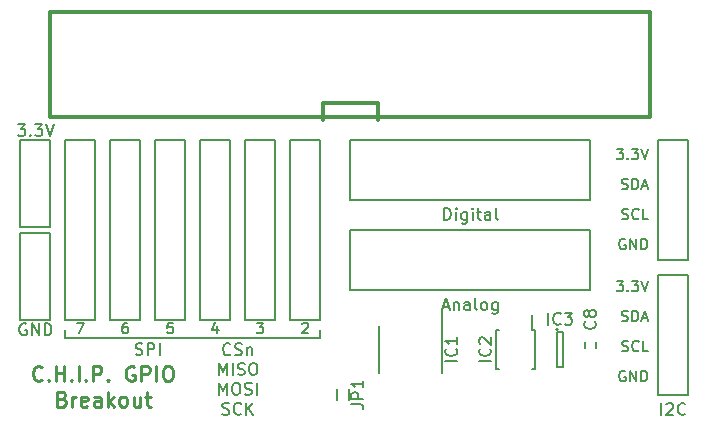
<source format=gto>
G04 #@! TF.FileFunction,Legend,Top*
%FSLAX46Y46*%
G04 Gerber Fmt 4.6, Leading zero omitted, Abs format (unit mm)*
G04 Created by KiCad (PCBNEW Rev-6964-Dev Build) date Sun Oct 16 19:16:18 2016*
%MOMM*%
%LPD*%
G01*
G04 APERTURE LIST*
%ADD10C,0.101600*%
%ADD11C,0.254000*%
%ADD12C,0.127000*%
%ADD13C,0.152400*%
%ADD14C,0.200000*%
%ADD15C,0.304800*%
%ADD16C,0.299720*%
%ADD17C,0.150000*%
G04 APERTURE END LIST*
D10*
D11*
X115509523Y-105419071D02*
X115449047Y-105479547D01*
X115267619Y-105540023D01*
X115146666Y-105540023D01*
X114965238Y-105479547D01*
X114844285Y-105358595D01*
X114783809Y-105237642D01*
X114723333Y-104995738D01*
X114723333Y-104814309D01*
X114783809Y-104572404D01*
X114844285Y-104451452D01*
X114965238Y-104330500D01*
X115146666Y-104270023D01*
X115267619Y-104270023D01*
X115449047Y-104330500D01*
X115509523Y-104390976D01*
X116053809Y-105419071D02*
X116114285Y-105479547D01*
X116053809Y-105540023D01*
X115993333Y-105479547D01*
X116053809Y-105419071D01*
X116053809Y-105540023D01*
X116658571Y-105540023D02*
X116658571Y-104270023D01*
X116658571Y-104874785D02*
X117384285Y-104874785D01*
X117384285Y-105540023D02*
X117384285Y-104270023D01*
X117989047Y-105419071D02*
X118049523Y-105479547D01*
X117989047Y-105540023D01*
X117928571Y-105479547D01*
X117989047Y-105419071D01*
X117989047Y-105540023D01*
X118593809Y-105540023D02*
X118593809Y-104270023D01*
X119198571Y-105419071D02*
X119259047Y-105479547D01*
X119198571Y-105540023D01*
X119138095Y-105479547D01*
X119198571Y-105419071D01*
X119198571Y-105540023D01*
X119803333Y-105540023D02*
X119803333Y-104270023D01*
X120287142Y-104270023D01*
X120408095Y-104330500D01*
X120468571Y-104390976D01*
X120529047Y-104511928D01*
X120529047Y-104693357D01*
X120468571Y-104814309D01*
X120408095Y-104874785D01*
X120287142Y-104935261D01*
X119803333Y-104935261D01*
X121073333Y-105419071D02*
X121133809Y-105479547D01*
X121073333Y-105540023D01*
X121012857Y-105479547D01*
X121073333Y-105419071D01*
X121073333Y-105540023D01*
X123310952Y-104330500D02*
X123190000Y-104270023D01*
X123008571Y-104270023D01*
X122827142Y-104330500D01*
X122706190Y-104451452D01*
X122645714Y-104572404D01*
X122585238Y-104814309D01*
X122585238Y-104995738D01*
X122645714Y-105237642D01*
X122706190Y-105358595D01*
X122827142Y-105479547D01*
X123008571Y-105540023D01*
X123129523Y-105540023D01*
X123310952Y-105479547D01*
X123371428Y-105419071D01*
X123371428Y-104995738D01*
X123129523Y-104995738D01*
X123915714Y-105540023D02*
X123915714Y-104270023D01*
X124399523Y-104270023D01*
X124520476Y-104330500D01*
X124580952Y-104390976D01*
X124641428Y-104511928D01*
X124641428Y-104693357D01*
X124580952Y-104814309D01*
X124520476Y-104874785D01*
X124399523Y-104935261D01*
X123915714Y-104935261D01*
X125185714Y-105540023D02*
X125185714Y-104270023D01*
X126032380Y-104270023D02*
X126274285Y-104270023D01*
X126395238Y-104330500D01*
X126516190Y-104451452D01*
X126576666Y-104693357D01*
X126576666Y-105116690D01*
X126516190Y-105358595D01*
X126395238Y-105479547D01*
X126274285Y-105540023D01*
X126032380Y-105540023D01*
X125911428Y-105479547D01*
X125790476Y-105358595D01*
X125730000Y-105116690D01*
X125730000Y-104693357D01*
X125790476Y-104451452D01*
X125911428Y-104330500D01*
X126032380Y-104270023D01*
X117202857Y-107033785D02*
X117384285Y-107094261D01*
X117444761Y-107154738D01*
X117505238Y-107275690D01*
X117505238Y-107457119D01*
X117444761Y-107578071D01*
X117384285Y-107638547D01*
X117263333Y-107699023D01*
X116779523Y-107699023D01*
X116779523Y-106429023D01*
X117202857Y-106429023D01*
X117323809Y-106489500D01*
X117384285Y-106549976D01*
X117444761Y-106670928D01*
X117444761Y-106791880D01*
X117384285Y-106912833D01*
X117323809Y-106973309D01*
X117202857Y-107033785D01*
X116779523Y-107033785D01*
X118049523Y-107699023D02*
X118049523Y-106852357D01*
X118049523Y-107094261D02*
X118110000Y-106973309D01*
X118170476Y-106912833D01*
X118291428Y-106852357D01*
X118412380Y-106852357D01*
X119319523Y-107638547D02*
X119198571Y-107699023D01*
X118956666Y-107699023D01*
X118835714Y-107638547D01*
X118775238Y-107517595D01*
X118775238Y-107033785D01*
X118835714Y-106912833D01*
X118956666Y-106852357D01*
X119198571Y-106852357D01*
X119319523Y-106912833D01*
X119380000Y-107033785D01*
X119380000Y-107154738D01*
X118775238Y-107275690D01*
X120468571Y-107699023D02*
X120468571Y-107033785D01*
X120408095Y-106912833D01*
X120287142Y-106852357D01*
X120045238Y-106852357D01*
X119924285Y-106912833D01*
X120468571Y-107638547D02*
X120347619Y-107699023D01*
X120045238Y-107699023D01*
X119924285Y-107638547D01*
X119863809Y-107517595D01*
X119863809Y-107396642D01*
X119924285Y-107275690D01*
X120045238Y-107215214D01*
X120347619Y-107215214D01*
X120468571Y-107154738D01*
X121073333Y-107699023D02*
X121073333Y-106429023D01*
X121194285Y-107215214D02*
X121557142Y-107699023D01*
X121557142Y-106852357D02*
X121073333Y-107336166D01*
X122282857Y-107699023D02*
X122161904Y-107638547D01*
X122101428Y-107578071D01*
X122040952Y-107457119D01*
X122040952Y-107094261D01*
X122101428Y-106973309D01*
X122161904Y-106912833D01*
X122282857Y-106852357D01*
X122464285Y-106852357D01*
X122585238Y-106912833D01*
X122645714Y-106973309D01*
X122706190Y-107094261D01*
X122706190Y-107457119D01*
X122645714Y-107578071D01*
X122585238Y-107638547D01*
X122464285Y-107699023D01*
X122282857Y-107699023D01*
X123794761Y-106852357D02*
X123794761Y-107699023D01*
X123250476Y-106852357D02*
X123250476Y-107517595D01*
X123310952Y-107638547D01*
X123431904Y-107699023D01*
X123613333Y-107699023D01*
X123734285Y-107638547D01*
X123794761Y-107578071D01*
X124218095Y-106852357D02*
X124701904Y-106852357D01*
X124399523Y-106429023D02*
X124399523Y-107517595D01*
X124460000Y-107638547D01*
X124580952Y-107699023D01*
X124701904Y-107699023D01*
D12*
X164170783Y-97049166D02*
X164721116Y-97049166D01*
X164424783Y-97387833D01*
X164551783Y-97387833D01*
X164636450Y-97430166D01*
X164678783Y-97472500D01*
X164721116Y-97557166D01*
X164721116Y-97768833D01*
X164678783Y-97853500D01*
X164636450Y-97895833D01*
X164551783Y-97938166D01*
X164297783Y-97938166D01*
X164213116Y-97895833D01*
X164170783Y-97853500D01*
X165102116Y-97853500D02*
X165144450Y-97895833D01*
X165102116Y-97938166D01*
X165059783Y-97895833D01*
X165102116Y-97853500D01*
X165102116Y-97938166D01*
X165440783Y-97049166D02*
X165991116Y-97049166D01*
X165694783Y-97387833D01*
X165821783Y-97387833D01*
X165906450Y-97430166D01*
X165948783Y-97472500D01*
X165991116Y-97557166D01*
X165991116Y-97768833D01*
X165948783Y-97853500D01*
X165906450Y-97895833D01*
X165821783Y-97938166D01*
X165567783Y-97938166D01*
X165483116Y-97895833D01*
X165440783Y-97853500D01*
X166245116Y-97049166D02*
X166541450Y-97938166D01*
X166837783Y-97049166D01*
X164594116Y-100435833D02*
X164721116Y-100478166D01*
X164932783Y-100478166D01*
X165017450Y-100435833D01*
X165059783Y-100393500D01*
X165102116Y-100308833D01*
X165102116Y-100224166D01*
X165059783Y-100139500D01*
X165017450Y-100097166D01*
X164932783Y-100054833D01*
X164763450Y-100012500D01*
X164678783Y-99970166D01*
X164636450Y-99927833D01*
X164594116Y-99843166D01*
X164594116Y-99758500D01*
X164636450Y-99673833D01*
X164678783Y-99631500D01*
X164763450Y-99589166D01*
X164975116Y-99589166D01*
X165102116Y-99631500D01*
X165483116Y-100478166D02*
X165483116Y-99589166D01*
X165694783Y-99589166D01*
X165821783Y-99631500D01*
X165906450Y-99716166D01*
X165948783Y-99800833D01*
X165991116Y-99970166D01*
X165991116Y-100097166D01*
X165948783Y-100266500D01*
X165906450Y-100351166D01*
X165821783Y-100435833D01*
X165694783Y-100478166D01*
X165483116Y-100478166D01*
X166329783Y-100224166D02*
X166753116Y-100224166D01*
X166245116Y-100478166D02*
X166541450Y-99589166D01*
X166837783Y-100478166D01*
X164636450Y-102975833D02*
X164763450Y-103018166D01*
X164975116Y-103018166D01*
X165059783Y-102975833D01*
X165102116Y-102933500D01*
X165144450Y-102848833D01*
X165144450Y-102764166D01*
X165102116Y-102679500D01*
X165059783Y-102637166D01*
X164975116Y-102594833D01*
X164805783Y-102552500D01*
X164721116Y-102510166D01*
X164678783Y-102467833D01*
X164636450Y-102383166D01*
X164636450Y-102298500D01*
X164678783Y-102213833D01*
X164721116Y-102171500D01*
X164805783Y-102129166D01*
X165017450Y-102129166D01*
X165144450Y-102171500D01*
X166033450Y-102933500D02*
X165991116Y-102975833D01*
X165864116Y-103018166D01*
X165779450Y-103018166D01*
X165652450Y-102975833D01*
X165567783Y-102891166D01*
X165525450Y-102806500D01*
X165483116Y-102637166D01*
X165483116Y-102510166D01*
X165525450Y-102340833D01*
X165567783Y-102256166D01*
X165652450Y-102171500D01*
X165779450Y-102129166D01*
X165864116Y-102129166D01*
X165991116Y-102171500D01*
X166033450Y-102213833D01*
X166837783Y-103018166D02*
X166414450Y-103018166D01*
X166414450Y-102129166D01*
X164890450Y-104711500D02*
X164805783Y-104669166D01*
X164678783Y-104669166D01*
X164551783Y-104711500D01*
X164467116Y-104796166D01*
X164424783Y-104880833D01*
X164382450Y-105050166D01*
X164382450Y-105177166D01*
X164424783Y-105346500D01*
X164467116Y-105431166D01*
X164551783Y-105515833D01*
X164678783Y-105558166D01*
X164763450Y-105558166D01*
X164890450Y-105515833D01*
X164932783Y-105473500D01*
X164932783Y-105177166D01*
X164763450Y-105177166D01*
X165313783Y-105558166D02*
X165313783Y-104669166D01*
X165821783Y-105558166D01*
X165821783Y-104669166D01*
X166245116Y-105558166D02*
X166245116Y-104669166D01*
X166456783Y-104669166D01*
X166583783Y-104711500D01*
X166668450Y-104796166D01*
X166710783Y-104880833D01*
X166753116Y-105050166D01*
X166753116Y-105177166D01*
X166710783Y-105346500D01*
X166668450Y-105431166D01*
X166583783Y-105515833D01*
X166456783Y-105558166D01*
X166245116Y-105558166D01*
X164890450Y-93535500D02*
X164805783Y-93493166D01*
X164678783Y-93493166D01*
X164551783Y-93535500D01*
X164467116Y-93620166D01*
X164424783Y-93704833D01*
X164382450Y-93874166D01*
X164382450Y-94001166D01*
X164424783Y-94170500D01*
X164467116Y-94255166D01*
X164551783Y-94339833D01*
X164678783Y-94382166D01*
X164763450Y-94382166D01*
X164890450Y-94339833D01*
X164932783Y-94297500D01*
X164932783Y-94001166D01*
X164763450Y-94001166D01*
X165313783Y-94382166D02*
X165313783Y-93493166D01*
X165821783Y-94382166D01*
X165821783Y-93493166D01*
X166245116Y-94382166D02*
X166245116Y-93493166D01*
X166456783Y-93493166D01*
X166583783Y-93535500D01*
X166668450Y-93620166D01*
X166710783Y-93704833D01*
X166753116Y-93874166D01*
X166753116Y-94001166D01*
X166710783Y-94170500D01*
X166668450Y-94255166D01*
X166583783Y-94339833D01*
X166456783Y-94382166D01*
X166245116Y-94382166D01*
X164636450Y-91799833D02*
X164763450Y-91842166D01*
X164975116Y-91842166D01*
X165059783Y-91799833D01*
X165102116Y-91757500D01*
X165144450Y-91672833D01*
X165144450Y-91588166D01*
X165102116Y-91503500D01*
X165059783Y-91461166D01*
X164975116Y-91418833D01*
X164805783Y-91376500D01*
X164721116Y-91334166D01*
X164678783Y-91291833D01*
X164636450Y-91207166D01*
X164636450Y-91122500D01*
X164678783Y-91037833D01*
X164721116Y-90995500D01*
X164805783Y-90953166D01*
X165017450Y-90953166D01*
X165144450Y-90995500D01*
X166033450Y-91757500D02*
X165991116Y-91799833D01*
X165864116Y-91842166D01*
X165779450Y-91842166D01*
X165652450Y-91799833D01*
X165567783Y-91715166D01*
X165525450Y-91630500D01*
X165483116Y-91461166D01*
X165483116Y-91334166D01*
X165525450Y-91164833D01*
X165567783Y-91080166D01*
X165652450Y-90995500D01*
X165779450Y-90953166D01*
X165864116Y-90953166D01*
X165991116Y-90995500D01*
X166033450Y-91037833D01*
X166837783Y-91842166D02*
X166414450Y-91842166D01*
X166414450Y-90953166D01*
X164594116Y-89259833D02*
X164721116Y-89302166D01*
X164932783Y-89302166D01*
X165017450Y-89259833D01*
X165059783Y-89217500D01*
X165102116Y-89132833D01*
X165102116Y-89048166D01*
X165059783Y-88963500D01*
X165017450Y-88921166D01*
X164932783Y-88878833D01*
X164763450Y-88836500D01*
X164678783Y-88794166D01*
X164636450Y-88751833D01*
X164594116Y-88667166D01*
X164594116Y-88582500D01*
X164636450Y-88497833D01*
X164678783Y-88455500D01*
X164763450Y-88413166D01*
X164975116Y-88413166D01*
X165102116Y-88455500D01*
X165483116Y-89302166D02*
X165483116Y-88413166D01*
X165694783Y-88413166D01*
X165821783Y-88455500D01*
X165906450Y-88540166D01*
X165948783Y-88624833D01*
X165991116Y-88794166D01*
X165991116Y-88921166D01*
X165948783Y-89090500D01*
X165906450Y-89175166D01*
X165821783Y-89259833D01*
X165694783Y-89302166D01*
X165483116Y-89302166D01*
X166329783Y-89048166D02*
X166753116Y-89048166D01*
X166245116Y-89302166D02*
X166541450Y-88413166D01*
X166837783Y-89302166D01*
X164170783Y-85873166D02*
X164721116Y-85873166D01*
X164424783Y-86211833D01*
X164551783Y-86211833D01*
X164636450Y-86254166D01*
X164678783Y-86296500D01*
X164721116Y-86381166D01*
X164721116Y-86592833D01*
X164678783Y-86677500D01*
X164636450Y-86719833D01*
X164551783Y-86762166D01*
X164297783Y-86762166D01*
X164213116Y-86719833D01*
X164170783Y-86677500D01*
X165102116Y-86677500D02*
X165144450Y-86719833D01*
X165102116Y-86762166D01*
X165059783Y-86719833D01*
X165102116Y-86677500D01*
X165102116Y-86762166D01*
X165440783Y-85873166D02*
X165991116Y-85873166D01*
X165694783Y-86211833D01*
X165821783Y-86211833D01*
X165906450Y-86254166D01*
X165948783Y-86296500D01*
X165991116Y-86381166D01*
X165991116Y-86592833D01*
X165948783Y-86677500D01*
X165906450Y-86719833D01*
X165821783Y-86762166D01*
X165567783Y-86762166D01*
X165483116Y-86719833D01*
X165440783Y-86677500D01*
X166245116Y-85873166D02*
X166541450Y-86762166D01*
X166837783Y-85873166D01*
D13*
X123419809Y-103281238D02*
X123564952Y-103329619D01*
X123806857Y-103329619D01*
X123903619Y-103281238D01*
X123952000Y-103232857D01*
X124000380Y-103136095D01*
X124000380Y-103039333D01*
X123952000Y-102942571D01*
X123903619Y-102894190D01*
X123806857Y-102845809D01*
X123613333Y-102797428D01*
X123516571Y-102749047D01*
X123468190Y-102700666D01*
X123419809Y-102603904D01*
X123419809Y-102507142D01*
X123468190Y-102410380D01*
X123516571Y-102362000D01*
X123613333Y-102313619D01*
X123855238Y-102313619D01*
X124000380Y-102362000D01*
X124435809Y-103329619D02*
X124435809Y-102313619D01*
X124822857Y-102313619D01*
X124919619Y-102362000D01*
X124968000Y-102410380D01*
X125016380Y-102507142D01*
X125016380Y-102652285D01*
X124968000Y-102749047D01*
X124919619Y-102797428D01*
X124822857Y-102845809D01*
X124435809Y-102845809D01*
X125451809Y-103329619D02*
X125451809Y-102313619D01*
D12*
X137541000Y-100689833D02*
X137583333Y-100647500D01*
X137668000Y-100605166D01*
X137879666Y-100605166D01*
X137964333Y-100647500D01*
X138006666Y-100689833D01*
X138049000Y-100774500D01*
X138049000Y-100859166D01*
X138006666Y-100986166D01*
X137498666Y-101494166D01*
X138049000Y-101494166D01*
X133688666Y-100605166D02*
X134239000Y-100605166D01*
X133942666Y-100943833D01*
X134069666Y-100943833D01*
X134154333Y-100986166D01*
X134196666Y-101028500D01*
X134239000Y-101113166D01*
X134239000Y-101324833D01*
X134196666Y-101409500D01*
X134154333Y-101451833D01*
X134069666Y-101494166D01*
X133815666Y-101494166D01*
X133731000Y-101451833D01*
X133688666Y-101409500D01*
X130344333Y-100901500D02*
X130344333Y-101494166D01*
X130132666Y-100562833D02*
X129921000Y-101197833D01*
X130471333Y-101197833D01*
X126576666Y-100605166D02*
X126153333Y-100605166D01*
X126111000Y-101028500D01*
X126153333Y-100986166D01*
X126238000Y-100943833D01*
X126449666Y-100943833D01*
X126534333Y-100986166D01*
X126576666Y-101028500D01*
X126619000Y-101113166D01*
X126619000Y-101324833D01*
X126576666Y-101409500D01*
X126534333Y-101451833D01*
X126449666Y-101494166D01*
X126238000Y-101494166D01*
X126153333Y-101451833D01*
X126111000Y-101409500D01*
X122724333Y-100605166D02*
X122555000Y-100605166D01*
X122470333Y-100647500D01*
X122428000Y-100689833D01*
X122343333Y-100816833D01*
X122301000Y-100986166D01*
X122301000Y-101324833D01*
X122343333Y-101409500D01*
X122385666Y-101451833D01*
X122470333Y-101494166D01*
X122639666Y-101494166D01*
X122724333Y-101451833D01*
X122766666Y-101409500D01*
X122809000Y-101324833D01*
X122809000Y-101113166D01*
X122766666Y-101028500D01*
X122724333Y-100986166D01*
X122639666Y-100943833D01*
X122470333Y-100943833D01*
X122385666Y-100986166D01*
X122343333Y-101028500D01*
X122301000Y-101113166D01*
X118448666Y-100605166D02*
X119041333Y-100605166D01*
X118660333Y-101494166D01*
D14*
X139065000Y-101854000D02*
X139065000Y-101219000D01*
X117475000Y-101854000D02*
X139065000Y-101854000D01*
X117475000Y-101219000D02*
X117475000Y-101854000D01*
D13*
X167918190Y-108409619D02*
X167918190Y-107393619D01*
X168353619Y-107490380D02*
X168402000Y-107442000D01*
X168498761Y-107393619D01*
X168740666Y-107393619D01*
X168837428Y-107442000D01*
X168885809Y-107490380D01*
X168934190Y-107587142D01*
X168934190Y-107683904D01*
X168885809Y-107829047D01*
X168305238Y-108409619D01*
X168934190Y-108409619D01*
X169950190Y-108312857D02*
X169901809Y-108361238D01*
X169756666Y-108409619D01*
X169659904Y-108409619D01*
X169514761Y-108361238D01*
X169418000Y-108264476D01*
X169369619Y-108167714D01*
X169321238Y-107974190D01*
X169321238Y-107829047D01*
X169369619Y-107635523D01*
X169418000Y-107538761D01*
X169514761Y-107442000D01*
X169659904Y-107393619D01*
X169756666Y-107393619D01*
X169901809Y-107442000D01*
X169950190Y-107490380D01*
X114160904Y-100711000D02*
X114064142Y-100662619D01*
X113919000Y-100662619D01*
X113773857Y-100711000D01*
X113677095Y-100807761D01*
X113628714Y-100904523D01*
X113580333Y-101098047D01*
X113580333Y-101243190D01*
X113628714Y-101436714D01*
X113677095Y-101533476D01*
X113773857Y-101630238D01*
X113919000Y-101678619D01*
X114015761Y-101678619D01*
X114160904Y-101630238D01*
X114209285Y-101581857D01*
X114209285Y-101243190D01*
X114015761Y-101243190D01*
X114644714Y-101678619D02*
X114644714Y-100662619D01*
X115225285Y-101678619D01*
X115225285Y-100662619D01*
X115709095Y-101678619D02*
X115709095Y-100662619D01*
X115951000Y-100662619D01*
X116096142Y-100711000D01*
X116192904Y-100807761D01*
X116241285Y-100904523D01*
X116289666Y-101098047D01*
X116289666Y-101243190D01*
X116241285Y-101436714D01*
X116192904Y-101533476D01*
X116096142Y-101630238D01*
X115951000Y-101678619D01*
X115709095Y-101678619D01*
X113435190Y-83771619D02*
X114064142Y-83771619D01*
X113725476Y-84158666D01*
X113870619Y-84158666D01*
X113967380Y-84207047D01*
X114015761Y-84255428D01*
X114064142Y-84352190D01*
X114064142Y-84594095D01*
X114015761Y-84690857D01*
X113967380Y-84739238D01*
X113870619Y-84787619D01*
X113580333Y-84787619D01*
X113483571Y-84739238D01*
X113435190Y-84690857D01*
X114499571Y-84690857D02*
X114547952Y-84739238D01*
X114499571Y-84787619D01*
X114451190Y-84739238D01*
X114499571Y-84690857D01*
X114499571Y-84787619D01*
X114886619Y-83771619D02*
X115515571Y-83771619D01*
X115176904Y-84158666D01*
X115322047Y-84158666D01*
X115418809Y-84207047D01*
X115467190Y-84255428D01*
X115515571Y-84352190D01*
X115515571Y-84594095D01*
X115467190Y-84690857D01*
X115418809Y-84739238D01*
X115322047Y-84787619D01*
X115031761Y-84787619D01*
X114935000Y-84739238D01*
X114886619Y-84690857D01*
X115805857Y-83771619D02*
X116144523Y-84787619D01*
X116483190Y-83771619D01*
X149418523Y-99229333D02*
X149902333Y-99229333D01*
X149321761Y-99519619D02*
X149660428Y-98503619D01*
X149999095Y-99519619D01*
X150337761Y-98842285D02*
X150337761Y-99519619D01*
X150337761Y-98939047D02*
X150386142Y-98890666D01*
X150482904Y-98842285D01*
X150628047Y-98842285D01*
X150724809Y-98890666D01*
X150773190Y-98987428D01*
X150773190Y-99519619D01*
X151692428Y-99519619D02*
X151692428Y-98987428D01*
X151644047Y-98890666D01*
X151547285Y-98842285D01*
X151353761Y-98842285D01*
X151257000Y-98890666D01*
X151692428Y-99471238D02*
X151595666Y-99519619D01*
X151353761Y-99519619D01*
X151257000Y-99471238D01*
X151208619Y-99374476D01*
X151208619Y-99277714D01*
X151257000Y-99180952D01*
X151353761Y-99132571D01*
X151595666Y-99132571D01*
X151692428Y-99084190D01*
X152321380Y-99519619D02*
X152224619Y-99471238D01*
X152176238Y-99374476D01*
X152176238Y-98503619D01*
X152853571Y-99519619D02*
X152756809Y-99471238D01*
X152708428Y-99422857D01*
X152660047Y-99326095D01*
X152660047Y-99035809D01*
X152708428Y-98939047D01*
X152756809Y-98890666D01*
X152853571Y-98842285D01*
X152998714Y-98842285D01*
X153095476Y-98890666D01*
X153143857Y-98939047D01*
X153192238Y-99035809D01*
X153192238Y-99326095D01*
X153143857Y-99422857D01*
X153095476Y-99471238D01*
X152998714Y-99519619D01*
X152853571Y-99519619D01*
X154063095Y-98842285D02*
X154063095Y-99664761D01*
X154014714Y-99761523D01*
X153966333Y-99809904D01*
X153869571Y-99858285D01*
X153724428Y-99858285D01*
X153627666Y-99809904D01*
X154063095Y-99471238D02*
X153966333Y-99519619D01*
X153772809Y-99519619D01*
X153676047Y-99471238D01*
X153627666Y-99422857D01*
X153579285Y-99326095D01*
X153579285Y-99035809D01*
X153627666Y-98939047D01*
X153676047Y-98890666D01*
X153772809Y-98842285D01*
X153966333Y-98842285D01*
X154063095Y-98890666D01*
X149539476Y-91899619D02*
X149539476Y-90883619D01*
X149781380Y-90883619D01*
X149926523Y-90932000D01*
X150023285Y-91028761D01*
X150071666Y-91125523D01*
X150120047Y-91319047D01*
X150120047Y-91464190D01*
X150071666Y-91657714D01*
X150023285Y-91754476D01*
X149926523Y-91851238D01*
X149781380Y-91899619D01*
X149539476Y-91899619D01*
X150555476Y-91899619D02*
X150555476Y-91222285D01*
X150555476Y-90883619D02*
X150507095Y-90932000D01*
X150555476Y-90980380D01*
X150603857Y-90932000D01*
X150555476Y-90883619D01*
X150555476Y-90980380D01*
X151474714Y-91222285D02*
X151474714Y-92044761D01*
X151426333Y-92141523D01*
X151377952Y-92189904D01*
X151281190Y-92238285D01*
X151136047Y-92238285D01*
X151039285Y-92189904D01*
X151474714Y-91851238D02*
X151377952Y-91899619D01*
X151184428Y-91899619D01*
X151087666Y-91851238D01*
X151039285Y-91802857D01*
X150990904Y-91706095D01*
X150990904Y-91415809D01*
X151039285Y-91319047D01*
X151087666Y-91270666D01*
X151184428Y-91222285D01*
X151377952Y-91222285D01*
X151474714Y-91270666D01*
X151958523Y-91899619D02*
X151958523Y-91222285D01*
X151958523Y-90883619D02*
X151910142Y-90932000D01*
X151958523Y-90980380D01*
X152006904Y-90932000D01*
X151958523Y-90883619D01*
X151958523Y-90980380D01*
X152297190Y-91222285D02*
X152684238Y-91222285D01*
X152442333Y-90883619D02*
X152442333Y-91754476D01*
X152490714Y-91851238D01*
X152587476Y-91899619D01*
X152684238Y-91899619D01*
X153458333Y-91899619D02*
X153458333Y-91367428D01*
X153409952Y-91270666D01*
X153313190Y-91222285D01*
X153119666Y-91222285D01*
X153022904Y-91270666D01*
X153458333Y-91851238D02*
X153361571Y-91899619D01*
X153119666Y-91899619D01*
X153022904Y-91851238D01*
X152974523Y-91754476D01*
X152974523Y-91657714D01*
X153022904Y-91560952D01*
X153119666Y-91512571D01*
X153361571Y-91512571D01*
X153458333Y-91464190D01*
X154087285Y-91899619D02*
X153990523Y-91851238D01*
X153942142Y-91754476D01*
X153942142Y-90883619D01*
X131451047Y-103258257D02*
X131402666Y-103306638D01*
X131257523Y-103355019D01*
X131160761Y-103355019D01*
X131015619Y-103306638D01*
X130918857Y-103209876D01*
X130870476Y-103113114D01*
X130822095Y-102919590D01*
X130822095Y-102774447D01*
X130870476Y-102580923D01*
X130918857Y-102484161D01*
X131015619Y-102387400D01*
X131160761Y-102339019D01*
X131257523Y-102339019D01*
X131402666Y-102387400D01*
X131451047Y-102435780D01*
X131838095Y-103306638D02*
X131983238Y-103355019D01*
X132225142Y-103355019D01*
X132321904Y-103306638D01*
X132370285Y-103258257D01*
X132418666Y-103161495D01*
X132418666Y-103064733D01*
X132370285Y-102967971D01*
X132321904Y-102919590D01*
X132225142Y-102871209D01*
X132031619Y-102822828D01*
X131934857Y-102774447D01*
X131886476Y-102726066D01*
X131838095Y-102629304D01*
X131838095Y-102532542D01*
X131886476Y-102435780D01*
X131934857Y-102387400D01*
X132031619Y-102339019D01*
X132273523Y-102339019D01*
X132418666Y-102387400D01*
X132854095Y-102677685D02*
X132854095Y-103355019D01*
X132854095Y-102774447D02*
X132902476Y-102726066D01*
X132999238Y-102677685D01*
X133144380Y-102677685D01*
X133241142Y-102726066D01*
X133289523Y-102822828D01*
X133289523Y-103355019D01*
X130483428Y-105031419D02*
X130483428Y-104015419D01*
X130822095Y-104741133D01*
X131160761Y-104015419D01*
X131160761Y-105031419D01*
X131644571Y-105031419D02*
X131644571Y-104015419D01*
X132080000Y-104983038D02*
X132225142Y-105031419D01*
X132467047Y-105031419D01*
X132563809Y-104983038D01*
X132612190Y-104934657D01*
X132660571Y-104837895D01*
X132660571Y-104741133D01*
X132612190Y-104644371D01*
X132563809Y-104595990D01*
X132467047Y-104547609D01*
X132273523Y-104499228D01*
X132176761Y-104450847D01*
X132128380Y-104402466D01*
X132080000Y-104305704D01*
X132080000Y-104208942D01*
X132128380Y-104112180D01*
X132176761Y-104063800D01*
X132273523Y-104015419D01*
X132515428Y-104015419D01*
X132660571Y-104063800D01*
X133289523Y-104015419D02*
X133483047Y-104015419D01*
X133579809Y-104063800D01*
X133676571Y-104160561D01*
X133724952Y-104354085D01*
X133724952Y-104692752D01*
X133676571Y-104886276D01*
X133579809Y-104983038D01*
X133483047Y-105031419D01*
X133289523Y-105031419D01*
X133192761Y-104983038D01*
X133096000Y-104886276D01*
X133047619Y-104692752D01*
X133047619Y-104354085D01*
X133096000Y-104160561D01*
X133192761Y-104063800D01*
X133289523Y-104015419D01*
X130483428Y-106707819D02*
X130483428Y-105691819D01*
X130822095Y-106417533D01*
X131160761Y-105691819D01*
X131160761Y-106707819D01*
X131838095Y-105691819D02*
X132031619Y-105691819D01*
X132128380Y-105740200D01*
X132225142Y-105836961D01*
X132273523Y-106030485D01*
X132273523Y-106369152D01*
X132225142Y-106562676D01*
X132128380Y-106659438D01*
X132031619Y-106707819D01*
X131838095Y-106707819D01*
X131741333Y-106659438D01*
X131644571Y-106562676D01*
X131596190Y-106369152D01*
X131596190Y-106030485D01*
X131644571Y-105836961D01*
X131741333Y-105740200D01*
X131838095Y-105691819D01*
X132660571Y-106659438D02*
X132805714Y-106707819D01*
X133047619Y-106707819D01*
X133144380Y-106659438D01*
X133192761Y-106611057D01*
X133241142Y-106514295D01*
X133241142Y-106417533D01*
X133192761Y-106320771D01*
X133144380Y-106272390D01*
X133047619Y-106224009D01*
X132854095Y-106175628D01*
X132757333Y-106127247D01*
X132708952Y-106078866D01*
X132660571Y-105982104D01*
X132660571Y-105885342D01*
X132708952Y-105788580D01*
X132757333Y-105740200D01*
X132854095Y-105691819D01*
X133096000Y-105691819D01*
X133241142Y-105740200D01*
X133676571Y-106707819D02*
X133676571Y-105691819D01*
X130773714Y-108335838D02*
X130918857Y-108384219D01*
X131160761Y-108384219D01*
X131257523Y-108335838D01*
X131305904Y-108287457D01*
X131354285Y-108190695D01*
X131354285Y-108093933D01*
X131305904Y-107997171D01*
X131257523Y-107948790D01*
X131160761Y-107900409D01*
X130967238Y-107852028D01*
X130870476Y-107803647D01*
X130822095Y-107755266D01*
X130773714Y-107658504D01*
X130773714Y-107561742D01*
X130822095Y-107464980D01*
X130870476Y-107416600D01*
X130967238Y-107368219D01*
X131209142Y-107368219D01*
X131354285Y-107416600D01*
X132370285Y-108287457D02*
X132321904Y-108335838D01*
X132176761Y-108384219D01*
X132080000Y-108384219D01*
X131934857Y-108335838D01*
X131838095Y-108239076D01*
X131789714Y-108142314D01*
X131741333Y-107948790D01*
X131741333Y-107803647D01*
X131789714Y-107610123D01*
X131838095Y-107513361D01*
X131934857Y-107416600D01*
X132080000Y-107368219D01*
X132176761Y-107368219D01*
X132321904Y-107416600D01*
X132370285Y-107464980D01*
X132805714Y-108384219D02*
X132805714Y-107368219D01*
X133386285Y-108384219D02*
X132950857Y-107803647D01*
X133386285Y-107368219D02*
X132805714Y-107948790D01*
D15*
X116205000Y-83185000D02*
X167005000Y-83185000D01*
X167005000Y-74295000D02*
X116205000Y-74295000D01*
X116205000Y-74295000D02*
X116205000Y-83185000D01*
X167005000Y-74295000D02*
X167005000Y-83185000D01*
D16*
X143905000Y-83440000D02*
X143905000Y-82040000D01*
X143905000Y-82040000D02*
X139305000Y-82040000D01*
X139305000Y-82040000D02*
X139305000Y-83440000D01*
D17*
X170180000Y-106680000D02*
X170180000Y-96520000D01*
X167640000Y-106680000D02*
X167640000Y-96520000D01*
X170180000Y-96520000D02*
X167640000Y-96520000D01*
X167640000Y-106680000D02*
X170180000Y-106680000D01*
X116205000Y-100330000D02*
X116205000Y-92964000D01*
X113665000Y-92964000D02*
X113665000Y-100330000D01*
X116205000Y-92964000D02*
X113665000Y-92964000D01*
X113665000Y-92456000D02*
X113665000Y-85090000D01*
X113665000Y-85090000D02*
X116205000Y-85090000D01*
X116205000Y-85090000D02*
X116205000Y-92456000D01*
X113665000Y-100330000D02*
X116205000Y-100330000D01*
X116205000Y-92456000D02*
X113665000Y-92456000D01*
X136525000Y-100330000D02*
X136525000Y-85090000D01*
X136525000Y-85090000D02*
X139065000Y-85090000D01*
X139065000Y-85090000D02*
X139065000Y-100330000D01*
X136525000Y-100330000D02*
X139065000Y-100330000D01*
X132715000Y-100330000D02*
X132715000Y-85090000D01*
X132715000Y-85090000D02*
X135255000Y-85090000D01*
X135255000Y-85090000D02*
X135255000Y-100330000D01*
X132715000Y-100330000D02*
X135255000Y-100330000D01*
X128905000Y-100330000D02*
X128905000Y-85090000D01*
X128905000Y-85090000D02*
X131445000Y-85090000D01*
X131445000Y-85090000D02*
X131445000Y-100330000D01*
X128905000Y-100330000D02*
X131445000Y-100330000D01*
X125095000Y-100330000D02*
X125095000Y-85090000D01*
X125095000Y-85090000D02*
X127635000Y-85090000D01*
X127635000Y-85090000D02*
X127635000Y-100330000D01*
X125095000Y-100330000D02*
X127635000Y-100330000D01*
X121285000Y-100330000D02*
X121285000Y-85090000D01*
X121285000Y-85090000D02*
X123825000Y-85090000D01*
X123825000Y-85090000D02*
X123825000Y-100330000D01*
X121285000Y-100330000D02*
X123825000Y-100330000D01*
X117475000Y-100330000D02*
X117475000Y-85090000D01*
X117475000Y-85090000D02*
X120015000Y-85090000D01*
X120015000Y-85090000D02*
X120015000Y-100330000D01*
X117475000Y-100330000D02*
X120015000Y-100330000D01*
X161925000Y-85090000D02*
X141605000Y-85090000D01*
X141605000Y-90170000D02*
X161925000Y-90170000D01*
X161925000Y-85090000D02*
X161925000Y-90170000D01*
X141605000Y-85090000D02*
X141605000Y-90170000D01*
X161925000Y-92710000D02*
X141605000Y-92710000D01*
X141605000Y-97790000D02*
X161925000Y-97790000D01*
X161925000Y-92710000D02*
X161925000Y-97790000D01*
X141605000Y-92710000D02*
X141605000Y-97790000D01*
X170180000Y-95250000D02*
X170180000Y-85090000D01*
X167640000Y-95250000D02*
X167640000Y-85090000D01*
X170180000Y-85090000D02*
X167640000Y-85090000D01*
X167640000Y-95250000D02*
X170180000Y-95250000D01*
X162400000Y-102717500D02*
X162400000Y-102217500D01*
X161450000Y-102217500D02*
X161450000Y-102717500D01*
X144037500Y-100870000D02*
X144037500Y-104870000D01*
X149332500Y-99595000D02*
X149332500Y-104870000D01*
X157250000Y-101195000D02*
X156950000Y-101195000D01*
X157250000Y-104545000D02*
X156950000Y-104545000D01*
X153900000Y-104545000D02*
X154200000Y-104545000D01*
X153900000Y-101195000D02*
X154200000Y-101195000D01*
X157250000Y-101195000D02*
X157250000Y-104545000D01*
X153900000Y-101195000D02*
X153900000Y-104545000D01*
X156950000Y-101195000D02*
X156950000Y-99970000D01*
X159185000Y-101170000D02*
G75*
G03X159185000Y-101170000I-100000J0D01*
G01*
X159635000Y-101420000D02*
X159135000Y-101420000D01*
X159635000Y-104320000D02*
X159635000Y-101420000D01*
X159135000Y-104320000D02*
X159635000Y-104320000D01*
X159135000Y-101420000D02*
X159135000Y-104320000D01*
X141445000Y-106180000D02*
X141445000Y-107180000D01*
X140495000Y-107180000D02*
X140495000Y-106180000D01*
X162282142Y-100496666D02*
X162329761Y-100544285D01*
X162377380Y-100687142D01*
X162377380Y-100782380D01*
X162329761Y-100925238D01*
X162234523Y-101020476D01*
X162139285Y-101068095D01*
X161948809Y-101115714D01*
X161805952Y-101115714D01*
X161615476Y-101068095D01*
X161520238Y-101020476D01*
X161425000Y-100925238D01*
X161377380Y-100782380D01*
X161377380Y-100687142D01*
X161425000Y-100544285D01*
X161472619Y-100496666D01*
X161805952Y-99925238D02*
X161758333Y-100020476D01*
X161710714Y-100068095D01*
X161615476Y-100115714D01*
X161567857Y-100115714D01*
X161472619Y-100068095D01*
X161425000Y-100020476D01*
X161377380Y-99925238D01*
X161377380Y-99734761D01*
X161425000Y-99639523D01*
X161472619Y-99591904D01*
X161567857Y-99544285D01*
X161615476Y-99544285D01*
X161710714Y-99591904D01*
X161758333Y-99639523D01*
X161805952Y-99734761D01*
X161805952Y-99925238D01*
X161853571Y-100020476D01*
X161901190Y-100068095D01*
X161996428Y-100115714D01*
X162186904Y-100115714D01*
X162282142Y-100068095D01*
X162329761Y-100020476D01*
X162377380Y-99925238D01*
X162377380Y-99734761D01*
X162329761Y-99639523D01*
X162282142Y-99591904D01*
X162186904Y-99544285D01*
X161996428Y-99544285D01*
X161901190Y-99591904D01*
X161853571Y-99639523D01*
X161805952Y-99734761D01*
X150637380Y-103846190D02*
X149637380Y-103846190D01*
X150542142Y-102798571D02*
X150589761Y-102846190D01*
X150637380Y-102989047D01*
X150637380Y-103084285D01*
X150589761Y-103227142D01*
X150494523Y-103322380D01*
X150399285Y-103370000D01*
X150208809Y-103417619D01*
X150065952Y-103417619D01*
X149875476Y-103370000D01*
X149780238Y-103322380D01*
X149685000Y-103227142D01*
X149637380Y-103084285D01*
X149637380Y-102989047D01*
X149685000Y-102846190D01*
X149732619Y-102798571D01*
X150637380Y-101846190D02*
X150637380Y-102417619D01*
X150637380Y-102131904D02*
X149637380Y-102131904D01*
X149780238Y-102227142D01*
X149875476Y-102322380D01*
X149923095Y-102417619D01*
X153487380Y-103846190D02*
X152487380Y-103846190D01*
X153392142Y-102798571D02*
X153439761Y-102846190D01*
X153487380Y-102989047D01*
X153487380Y-103084285D01*
X153439761Y-103227142D01*
X153344523Y-103322380D01*
X153249285Y-103370000D01*
X153058809Y-103417619D01*
X152915952Y-103417619D01*
X152725476Y-103370000D01*
X152630238Y-103322380D01*
X152535000Y-103227142D01*
X152487380Y-103084285D01*
X152487380Y-102989047D01*
X152535000Y-102846190D01*
X152582619Y-102798571D01*
X152582619Y-102417619D02*
X152535000Y-102370000D01*
X152487380Y-102274761D01*
X152487380Y-102036666D01*
X152535000Y-101941428D01*
X152582619Y-101893809D01*
X152677857Y-101846190D01*
X152773095Y-101846190D01*
X152915952Y-101893809D01*
X153487380Y-102465238D01*
X153487380Y-101846190D01*
X158358809Y-100772380D02*
X158358809Y-99772380D01*
X159406428Y-100677142D02*
X159358809Y-100724761D01*
X159215952Y-100772380D01*
X159120714Y-100772380D01*
X158977857Y-100724761D01*
X158882619Y-100629523D01*
X158835000Y-100534285D01*
X158787380Y-100343809D01*
X158787380Y-100200952D01*
X158835000Y-100010476D01*
X158882619Y-99915238D01*
X158977857Y-99820000D01*
X159120714Y-99772380D01*
X159215952Y-99772380D01*
X159358809Y-99820000D01*
X159406428Y-99867619D01*
X159739761Y-99772380D02*
X160358809Y-99772380D01*
X160025476Y-100153333D01*
X160168333Y-100153333D01*
X160263571Y-100200952D01*
X160311190Y-100248571D01*
X160358809Y-100343809D01*
X160358809Y-100581904D01*
X160311190Y-100677142D01*
X160263571Y-100724761D01*
X160168333Y-100772380D01*
X159882619Y-100772380D01*
X159787380Y-100724761D01*
X159739761Y-100677142D01*
X141692380Y-107513333D02*
X142406666Y-107513333D01*
X142549523Y-107560952D01*
X142644761Y-107656190D01*
X142692380Y-107799047D01*
X142692380Y-107894285D01*
X142692380Y-107037142D02*
X141692380Y-107037142D01*
X141692380Y-106656190D01*
X141740000Y-106560952D01*
X141787619Y-106513333D01*
X141882857Y-106465714D01*
X142025714Y-106465714D01*
X142120952Y-106513333D01*
X142168571Y-106560952D01*
X142216190Y-106656190D01*
X142216190Y-107037142D01*
X142692380Y-105513333D02*
X142692380Y-106084761D01*
X142692380Y-105799047D02*
X141692380Y-105799047D01*
X141835238Y-105894285D01*
X141930476Y-105989523D01*
X141978095Y-106084761D01*
M02*

</source>
